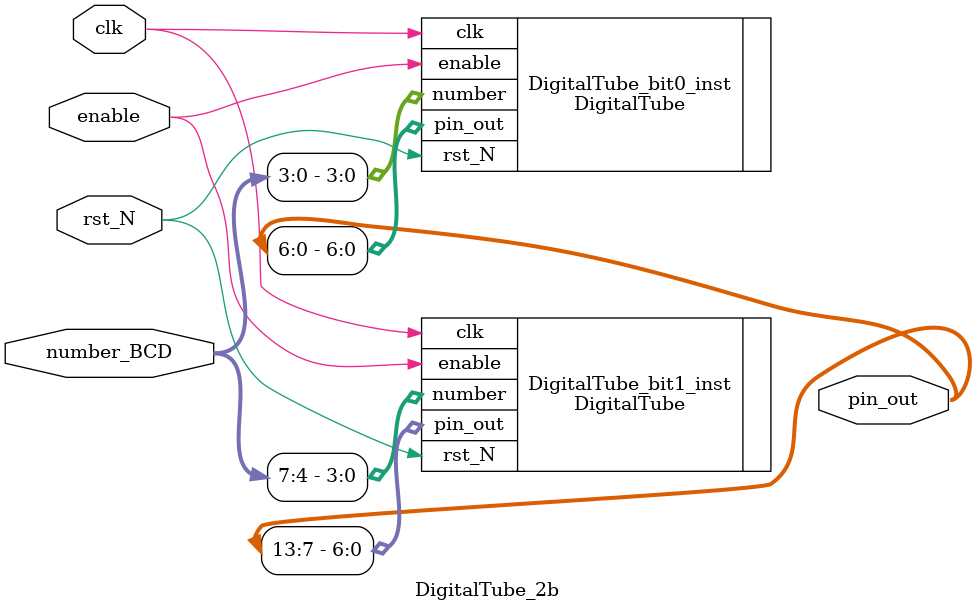
<source format=v>
module DigitalTube_2b (
	input						clk				,
	input						rst_N			,

	input						enable			,
	input			[7:0]		number_BCD		,

	output			[13:0]		pin_out
);


DigitalTube DigitalTube_bit0_inst(
	.clk			( clk				),
	.rst_N			( rst_N				),

	.enable			( enable			),
	.number			( number_BCD[3:0]	),

	.pin_out		( pin_out[6:0]		)
);

DigitalTube DigitalTube_bit1_inst(
	.clk			( clk				),
	.rst_N			( rst_N				),

	.enable			( enable			),
	.number			( number_BCD[7:4]	),

	.pin_out		( pin_out[13:7]		)
);


endmodule


</source>
